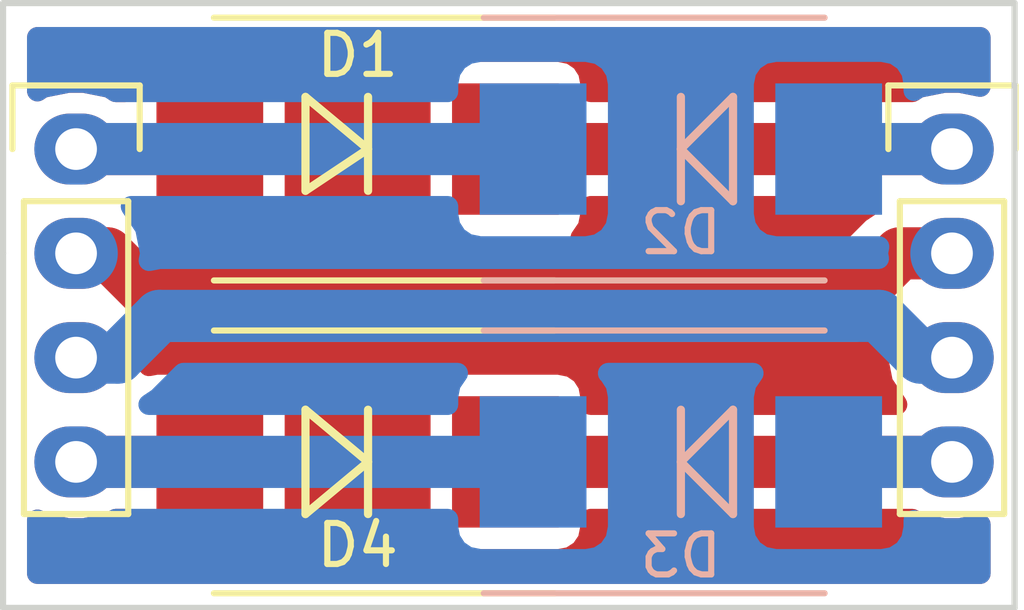
<source format=kicad_pcb>
(kicad_pcb (version 4) (host pcbnew 4.0.5+dfsg1-4)

  (general
    (links 10)
    (no_connects 0)
    (area 41.834999 24.308999 66.623001 39.191001)
    (thickness 1.6)
    (drawings 21)
    (tracks 18)
    (zones 0)
    (modules 6)
    (nets 7)
  )

  (page USLetter portrait)
  (layers
    (0 F.Cu signal)
    (31 B.Cu signal)
    (32 B.Adhes user)
    (33 F.Adhes user)
    (34 B.Paste user)
    (35 F.Paste user)
    (36 B.SilkS user)
    (37 F.SilkS user)
    (38 B.Mask user)
    (39 F.Mask user)
    (40 Dwgs.User user)
    (41 Cmts.User user)
    (42 Eco1.User user)
    (43 Eco2.User user)
    (44 Edge.Cuts user)
    (45 Margin user)
    (46 B.CrtYd user)
    (47 F.CrtYd user)
    (48 B.Fab user)
    (49 F.Fab user)
  )

  (setup
    (last_trace_width 0.254)
    (user_trace_width 0.2032)
    (user_trace_width 0.254)
    (user_trace_width 0.381)
    (user_trace_width 0.4318)
    (user_trace_width 0.508)
    (user_trace_width 0.6096)
    (user_trace_width 0.8128)
    (user_trace_width 1.27)
    (trace_clearance 0.254)
    (zone_clearance 0.508)
    (zone_45_only no)
    (trace_min 0.2032)
    (segment_width 0.2)
    (edge_width 0.15)
    (via_size 0.6604)
    (via_drill 0.4064)
    (via_min_size 0.381)
    (via_min_drill 0.3302)
    (user_via 0.5842 0.3302)
    (user_via 0.8128 0.508)
    (user_via 1.2192 0.8128)
    (user_via 1.27 1.016)
    (user_via 6.604 1.524)
    (uvia_size 0.508)
    (uvia_drill 0.127)
    (uvias_allowed no)
    (uvia_min_size 0)
    (uvia_min_drill 0)
    (pcb_text_width 0.3)
    (pcb_text_size 1.5 1.5)
    (mod_edge_width 0.15)
    (mod_text_size 1 1)
    (mod_text_width 0.15)
    (pad_size 2.032 1.7272)
    (pad_drill 1.016)
    (pad_to_mask_clearance 0.2)
    (aux_axis_origin 0 0)
    (visible_elements FFFFFF7F)
    (pcbplotparams
      (layerselection 0x00030_80000001)
      (usegerberextensions false)
      (excludeedgelayer true)
      (linewidth 0.100000)
      (plotframeref false)
      (viasonmask false)
      (mode 1)
      (useauxorigin false)
      (hpglpennumber 1)
      (hpglpenspeed 20)
      (hpglpendiameter 15)
      (hpglpenoverlay 2)
      (psnegative false)
      (psa4output false)
      (plotreference true)
      (plotvalue true)
      (plotinvisibletext false)
      (padsonsilk false)
      (subtractmaskfromsilk false)
      (outputformat 1)
      (mirror false)
      (drillshape 1)
      (scaleselection 1)
      (outputdirectory ""))
  )

  (net 0 "")
  (net 1 "Net-(D1-Pad2)")
  (net 2 "Net-(D1-Pad1)")
  (net 3 "Net-(D3-Pad2)")
  (net 4 "Net-(D3-Pad1)")
  (net 5 "Net-(J1-Pad2)")
  (net 6 "Net-(J1-Pad3)")

  (net_class Default "Esta es la clase de red por defecto."
    (clearance 0.254)
    (trace_width 0.254)
    (via_dia 0.6604)
    (via_drill 0.4064)
    (uvia_dia 0.508)
    (uvia_drill 0.127)
    (add_net "Net-(D1-Pad1)")
    (add_net "Net-(D1-Pad2)")
    (add_net "Net-(D3-Pad1)")
    (add_net "Net-(D3-Pad2)")
    (add_net "Net-(J1-Pad2)")
    (add_net "Net-(J1-Pad3)")
  )

  (net_class Power ""
    (clearance 0.3048)
    (trace_width 0.3048)
    (via_dia 0.762)
    (via_drill 0.508)
    (uvia_dia 1.016)
    (uvia_drill 0.254)
  )

  (module Diodes_SMD:DO-214AB (layer F.Cu) (tedit 55429DAE) (tstamp 59A8A2F1)
    (at 50.546 27.94 180)
    (descr "Jedec DO-214AB diode package. Designed according to Fairchild SS32 datasheet.")
    (tags "DO-214AB diode")
    (path /59A5E172)
    (attr smd)
    (fp_text reference D1 (at 0 2.286 180) (layer F.SilkS)
      (effects (font (size 1 1) (thickness 0.15)))
    )
    (fp_text value S3G (at 0 2.286 180) (layer F.Fab)
      (effects (font (size 1 1) (thickness 0.15)))
    )
    (fp_line (start -5.15 -3.45) (end 5.15 -3.45) (layer F.CrtYd) (width 0.05))
    (fp_line (start 5.15 -3.45) (end 5.15 3.45) (layer F.CrtYd) (width 0.05))
    (fp_line (start 5.15 3.45) (end -5.15 3.45) (layer F.CrtYd) (width 0.05))
    (fp_line (start -5.15 3.45) (end -5.15 -3.45) (layer F.CrtYd) (width 0.05))
    (fp_line (start 3.5 3.2) (end -4.8 3.2) (layer F.SilkS) (width 0.15))
    (fp_line (start -4.8 -3.2) (end 3.5 -3.2) (layer F.SilkS) (width 0.15))
    (pad 2 smd rect (at 3.6 0 180) (size 2.6 3.2) (layers F.Cu F.Paste F.Mask)
      (net 1 "Net-(D1-Pad2)"))
    (pad 1 smd rect (at -3.6 0 180) (size 2.6 3.2) (layers F.Cu F.Paste F.Mask)
      (net 2 "Net-(D1-Pad1)"))
    (model Diodes_SMD.3dshapes/DO-214AB.wrl
      (at (xyz 0 0 0))
      (scale (xyz 0.39 0.39 0.39))
      (rotate (xyz 0 0 180))
    )
  )

  (module Diodes_SMD:DO-214AB (layer B.Cu) (tedit 55429DAE) (tstamp 59A8A2FD)
    (at 58.42 27.94)
    (descr "Jedec DO-214AB diode package. Designed according to Fairchild SS32 datasheet.")
    (tags "DO-214AB diode")
    (path /59A5E1FC)
    (attr smd)
    (fp_text reference D2 (at 0 2.032) (layer B.SilkS)
      (effects (font (size 1 1) (thickness 0.15)) (justify mirror))
    )
    (fp_text value S3G (at 0 -2.54) (layer B.Fab)
      (effects (font (size 1 1) (thickness 0.15)) (justify mirror))
    )
    (fp_line (start -5.15 3.45) (end 5.15 3.45) (layer B.CrtYd) (width 0.05))
    (fp_line (start 5.15 3.45) (end 5.15 -3.45) (layer B.CrtYd) (width 0.05))
    (fp_line (start 5.15 -3.45) (end -5.15 -3.45) (layer B.CrtYd) (width 0.05))
    (fp_line (start -5.15 -3.45) (end -5.15 3.45) (layer B.CrtYd) (width 0.05))
    (fp_line (start 3.5 -3.2) (end -4.8 -3.2) (layer B.SilkS) (width 0.15))
    (fp_line (start -4.8 3.2) (end 3.5 3.2) (layer B.SilkS) (width 0.15))
    (pad 2 smd rect (at 3.6 0) (size 2.6 3.2) (layers B.Cu B.Paste B.Mask)
      (net 2 "Net-(D1-Pad1)"))
    (pad 1 smd rect (at -3.6 0) (size 2.6 3.2) (layers B.Cu B.Paste B.Mask)
      (net 1 "Net-(D1-Pad2)"))
    (model Diodes_SMD.3dshapes/DO-214AB.wrl
      (at (xyz 0 0 0))
      (scale (xyz 0.39 0.39 0.39))
      (rotate (xyz 0 0 180))
    )
  )

  (module Diodes_SMD:DO-214AB (layer B.Cu) (tedit 55429DAE) (tstamp 59A8A309)
    (at 58.42 35.56)
    (descr "Jedec DO-214AB diode package. Designed according to Fairchild SS32 datasheet.")
    (tags "DO-214AB diode")
    (path /59A5E229)
    (attr smd)
    (fp_text reference D3 (at 0 2.286) (layer B.SilkS)
      (effects (font (size 1 1) (thickness 0.15)) (justify mirror))
    )
    (fp_text value S3G (at 0 -2.286) (layer B.Fab)
      (effects (font (size 1 1) (thickness 0.15)) (justify mirror))
    )
    (fp_line (start -5.15 3.45) (end 5.15 3.45) (layer B.CrtYd) (width 0.05))
    (fp_line (start 5.15 3.45) (end 5.15 -3.45) (layer B.CrtYd) (width 0.05))
    (fp_line (start 5.15 -3.45) (end -5.15 -3.45) (layer B.CrtYd) (width 0.05))
    (fp_line (start -5.15 -3.45) (end -5.15 3.45) (layer B.CrtYd) (width 0.05))
    (fp_line (start 3.5 -3.2) (end -4.8 -3.2) (layer B.SilkS) (width 0.15))
    (fp_line (start -4.8 3.2) (end 3.5 3.2) (layer B.SilkS) (width 0.15))
    (pad 2 smd rect (at 3.6 0) (size 2.6 3.2) (layers B.Cu B.Paste B.Mask)
      (net 3 "Net-(D3-Pad2)"))
    (pad 1 smd rect (at -3.6 0) (size 2.6 3.2) (layers B.Cu B.Paste B.Mask)
      (net 4 "Net-(D3-Pad1)"))
    (model Diodes_SMD.3dshapes/DO-214AB.wrl
      (at (xyz 0 0 0))
      (scale (xyz 0.39 0.39 0.39))
      (rotate (xyz 0 0 180))
    )
  )

  (module Diodes_SMD:DO-214AB (layer F.Cu) (tedit 55429DAE) (tstamp 59A8A315)
    (at 50.546 35.56 180)
    (descr "Jedec DO-214AB diode package. Designed according to Fairchild SS32 datasheet.")
    (tags "DO-214AB diode")
    (path /59A5E258)
    (attr smd)
    (fp_text reference D4 (at 0 -2.032 180) (layer F.SilkS)
      (effects (font (size 1 1) (thickness 0.15)))
    )
    (fp_text value S3G (at -0.254 2.54 180) (layer F.Fab)
      (effects (font (size 1 1) (thickness 0.15)))
    )
    (fp_line (start -5.15 -3.45) (end 5.15 -3.45) (layer F.CrtYd) (width 0.05))
    (fp_line (start 5.15 -3.45) (end 5.15 3.45) (layer F.CrtYd) (width 0.05))
    (fp_line (start 5.15 3.45) (end -5.15 3.45) (layer F.CrtYd) (width 0.05))
    (fp_line (start -5.15 3.45) (end -5.15 -3.45) (layer F.CrtYd) (width 0.05))
    (fp_line (start 3.5 3.2) (end -4.8 3.2) (layer F.SilkS) (width 0.15))
    (fp_line (start -4.8 -3.2) (end 3.5 -3.2) (layer F.SilkS) (width 0.15))
    (pad 2 smd rect (at 3.6 0 180) (size 2.6 3.2) (layers F.Cu F.Paste F.Mask)
      (net 4 "Net-(D3-Pad1)"))
    (pad 1 smd rect (at -3.6 0 180) (size 2.6 3.2) (layers F.Cu F.Paste F.Mask)
      (net 3 "Net-(D3-Pad2)"))
    (model Diodes_SMD.3dshapes/DO-214AB.wrl
      (at (xyz 0 0 0))
      (scale (xyz 0.39 0.39 0.39))
      (rotate (xyz 0 0 180))
    )
  )

  (module Pin_Headers:Pin_Header_Straight_1x04 (layer F.Cu) (tedit 59A8D341) (tstamp 59A8A35F)
    (at 43.688 27.94)
    (descr "Through hole pin header")
    (tags "pin header")
    (path /59A5E06F)
    (fp_text reference J2 (at 0.254 -2.286) (layer F.SilkS) hide
      (effects (font (size 1 1) (thickness 0.15)))
    )
    (fp_text value Conn_01x04 (at 0 -3.1) (layer F.Fab) hide
      (effects (font (size 1 1) (thickness 0.15)))
    )
    (fp_line (start -1.75 -1.75) (end -1.75 9.4) (layer F.CrtYd) (width 0.05))
    (fp_line (start 1.75 -1.75) (end 1.75 9.4) (layer F.CrtYd) (width 0.05))
    (fp_line (start -1.75 -1.75) (end 1.75 -1.75) (layer F.CrtYd) (width 0.05))
    (fp_line (start -1.75 9.4) (end 1.75 9.4) (layer F.CrtYd) (width 0.05))
    (fp_line (start -1.27 1.27) (end -1.27 8.89) (layer F.SilkS) (width 0.15))
    (fp_line (start 1.27 1.27) (end 1.27 8.89) (layer F.SilkS) (width 0.15))
    (fp_line (start 1.55 -1.55) (end 1.55 0) (layer F.SilkS) (width 0.15))
    (fp_line (start -1.27 8.89) (end 1.27 8.89) (layer F.SilkS) (width 0.15))
    (fp_line (start 1.27 1.27) (end -1.27 1.27) (layer F.SilkS) (width 0.15))
    (fp_line (start -1.55 0) (end -1.55 -1.55) (layer F.SilkS) (width 0.15))
    (fp_line (start -1.55 -1.55) (end 1.55 -1.55) (layer F.SilkS) (width 0.15))
    (pad 1 thru_hole oval (at 0 0) (size 2.032 1.7272) (drill 1.016) (layers *.Cu *.Mask)
      (net 1 "Net-(D1-Pad2)"))
    (pad 2 thru_hole oval (at 0 2.54) (size 2.032 1.7272) (drill 1.016) (layers *.Cu *.Mask)
      (net 5 "Net-(J1-Pad2)"))
    (pad 3 thru_hole oval (at 0 5.08) (size 2.032 1.7272) (drill 1.016) (layers *.Cu *.Mask)
      (net 6 "Net-(J1-Pad3)"))
    (pad 4 thru_hole oval (at 0 7.62) (size 2.032 1.7272) (drill 1.016) (layers *.Cu *.Mask)
      (net 4 "Net-(D3-Pad1)"))
    (model Pin_Headers.3dshapes/Pin_Header_Straight_1x04.wrl
      (at (xyz 0 -0.15 0))
      (scale (xyz 1 1 1))
      (rotate (xyz 0 0 90))
    )
  )

  (module Pin_Headers:Pin_Header_Straight_1x04 (layer F.Cu) (tedit 59A8D33A) (tstamp 59A99A39)
    (at 65.024 27.94)
    (descr "Through hole pin header")
    (tags "pin header")
    (path /59A5DF66)
    (fp_text reference J1 (at 0 -5.1) (layer F.SilkS) hide
      (effects (font (size 1 1) (thickness 0.15)))
    )
    (fp_text value Conn_01x04 (at 2.54 4.064 90) (layer F.Fab) hide
      (effects (font (size 1 1) (thickness 0.15)))
    )
    (fp_line (start -1.75 -1.75) (end -1.75 9.4) (layer F.CrtYd) (width 0.05))
    (fp_line (start 1.75 -1.75) (end 1.75 9.4) (layer F.CrtYd) (width 0.05))
    (fp_line (start -1.75 -1.75) (end 1.75 -1.75) (layer F.CrtYd) (width 0.05))
    (fp_line (start -1.75 9.4) (end 1.75 9.4) (layer F.CrtYd) (width 0.05))
    (fp_line (start -1.27 1.27) (end -1.27 8.89) (layer F.SilkS) (width 0.15))
    (fp_line (start 1.27 1.27) (end 1.27 8.89) (layer F.SilkS) (width 0.15))
    (fp_line (start 1.55 -1.55) (end 1.55 0) (layer F.SilkS) (width 0.15))
    (fp_line (start -1.27 8.89) (end 1.27 8.89) (layer F.SilkS) (width 0.15))
    (fp_line (start 1.27 1.27) (end -1.27 1.27) (layer F.SilkS) (width 0.15))
    (fp_line (start -1.55 0) (end -1.55 -1.55) (layer F.SilkS) (width 0.15))
    (fp_line (start -1.55 -1.55) (end 1.55 -1.55) (layer F.SilkS) (width 0.15))
    (pad 1 thru_hole oval (at 0 0) (size 2.032 1.7272) (drill 1.016) (layers *.Cu *.Mask)
      (net 2 "Net-(D1-Pad1)"))
    (pad 2 thru_hole oval (at 0 2.54) (size 2.032 1.7272) (drill 1.016) (layers *.Cu *.Mask)
      (net 5 "Net-(J1-Pad2)"))
    (pad 3 thru_hole oval (at 0 5.08) (size 2.032 1.7272) (drill 1.016) (layers *.Cu *.Mask)
      (net 6 "Net-(J1-Pad3)"))
    (pad 4 thru_hole oval (at 0 7.62) (size 2.032 1.7272) (drill 1.016) (layers *.Cu *.Mask)
      (net 3 "Net-(D3-Pad2)"))
    (model Pin_Headers.3dshapes/Pin_Header_Straight_1x04.wrl
      (at (xyz 0 -0.15 0))
      (scale (xyz 1 1 1))
      (rotate (xyz 0 0 90))
    )
  )

  (gr_line (start 58.42 26.67) (end 58.42 29.21) (layer B.SilkS) (width 0.2))
  (gr_line (start 58.42 27.94) (end 59.69 26.67) (layer B.SilkS) (width 0.2))
  (gr_line (start 59.69 29.21) (end 58.42 27.94) (layer B.SilkS) (width 0.2))
  (gr_line (start 59.69 26.67) (end 59.69 29.21) (layer B.SilkS) (width 0.2))
  (gr_line (start 58.42 36.83) (end 58.42 34.29) (layer B.SilkS) (width 0.2))
  (gr_line (start 58.42 35.56) (end 59.69 34.29) (layer B.SilkS) (width 0.2))
  (gr_line (start 59.69 36.83) (end 58.42 35.56) (layer B.SilkS) (width 0.2))
  (gr_line (start 59.69 34.29) (end 59.69 36.83) (layer B.SilkS) (width 0.2))
  (gr_line (start 50.8 26.67) (end 50.8 28.956) (layer F.SilkS) (width 0.2))
  (gr_line (start 50.8 27.94) (end 49.276 26.67) (layer F.SilkS) (width 0.2))
  (gr_line (start 49.276 28.956) (end 50.8 27.94) (layer F.SilkS) (width 0.2))
  (gr_line (start 49.276 26.67) (end 49.276 28.956) (layer F.SilkS) (width 0.2))
  (gr_line (start 50.8 34.29) (end 50.8 36.83) (layer F.SilkS) (width 0.2))
  (gr_line (start 50.8 35.56) (end 49.276 34.29) (layer F.SilkS) (width 0.2))
  (gr_line (start 49.276 36.83) (end 50.8 35.56) (layer F.SilkS) (width 0.2))
  (gr_line (start 49.276 34.29) (end 49.276 36.83) (layer F.SilkS) (width 0.2))
  (gr_line (start 41.91 39.116) (end 41.91 30.48) (layer Edge.Cuts) (width 0.15))
  (gr_line (start 66.548 39.116) (end 41.91 39.116) (layer Edge.Cuts) (width 0.15))
  (gr_line (start 66.548 24.384) (end 66.548 39.116) (layer Edge.Cuts) (width 0.15))
  (gr_line (start 41.91 24.384) (end 66.548 24.384) (layer Edge.Cuts) (width 0.15))
  (gr_line (start 41.91 30.48) (end 41.91 24.384) (layer Edge.Cuts) (width 0.15))

  (segment (start 43.688 27.94) (end 46.946 27.94) (width 1.27) (layer F.Cu) (net 1))
  (segment (start 54.82 27.94) (end 43.688 27.94) (width 1.27) (layer B.Cu) (net 1))
  (segment (start 54.146 27.94) (end 65.024 27.94) (width 1.27) (layer F.Cu) (net 2))
  (segment (start 65.024 27.94) (end 62.02 27.94) (width 1.27) (layer B.Cu) (net 2))
  (segment (start 54.146 35.56) (end 65.024 35.56) (width 1.27) (layer F.Cu) (net 3))
  (segment (start 65.024 35.56) (end 62.02 35.56) (width 1.27) (layer B.Cu) (net 3))
  (segment (start 46.946 35.56) (end 43.688 35.56) (width 1.27) (layer F.Cu) (net 4))
  (segment (start 54.82 35.56) (end 43.688 35.56) (width 1.27) (layer B.Cu) (net 4))
  (segment (start 44.45 30.48) (end 45.466 31.496) (width 1.27) (layer F.Cu) (net 5))
  (segment (start 45.466 31.496) (end 62.738 31.496) (width 1.27) (layer F.Cu) (net 5))
  (segment (start 43.688 30.48) (end 44.45 30.48) (width 1.27) (layer F.Cu) (net 5))
  (segment (start 63.754 30.48) (end 62.738 31.496) (width 1.27) (layer F.Cu) (net 5))
  (segment (start 65.024 30.48) (end 63.754 30.48) (width 1.27) (layer F.Cu) (net 5))
  (segment (start 44.704 33.02) (end 45.72 32.004) (width 1.27) (layer B.Cu) (net 6))
  (segment (start 45.72 32.004) (end 63.246 32.004) (width 1.27) (layer B.Cu) (net 6))
  (segment (start 43.688 33.02) (end 44.704 33.02) (width 1.27) (layer B.Cu) (net 6))
  (segment (start 64.262 33.02) (end 63.246 32.004) (width 1.27) (layer B.Cu) (net 6))
  (segment (start 65.024 33.02) (end 64.262 33.02) (width 1.27) (layer B.Cu) (net 6))

  (zone (net 0) (net_name "") (layer F.Cu) (tstamp 0) (hatch edge 0.508)
    (connect_pads (clearance 0.508))
    (min_thickness 0.508)
    (fill yes (arc_segments 16) (thermal_gap 0.762) (thermal_bridge_width 0.762))
    (polygon
      (pts
        (xy 41.91 24.384) (xy 66.548 24.384) (xy 66.548 39.116) (xy 41.91 39.116)
      )
    )
    (filled_polygon
      (pts
        (xy 63.211167 33.02) (xy 63.334908 33.64209) (xy 63.682969 34.163) (xy 56.222928 34.163) (xy 56.222928 33.96)
        (xy 56.169795 33.67762) (xy 56.002908 33.418271) (xy 55.748269 33.244283) (xy 55.446 33.183072) (xy 52.846 33.183072)
        (xy 52.56362 33.236205) (xy 52.304271 33.403092) (xy 52.130283 33.657731) (xy 52.069072 33.96) (xy 52.069072 37.16)
        (xy 52.122205 37.44238) (xy 52.289092 37.701729) (xy 52.543731 37.875717) (xy 52.846 37.936928) (xy 55.446 37.936928)
        (xy 55.72838 37.883795) (xy 55.987729 37.716908) (xy 56.161717 37.462269) (xy 56.222928 37.16) (xy 56.222928 36.957)
        (xy 64.057744 36.957) (xy 64.214677 37.061859) (xy 64.836767 37.1856) (xy 65.211233 37.1856) (xy 65.711 37.08619)
        (xy 65.711 38.279) (xy 42.747 38.279) (xy 42.747 36.973875) (xy 42.878677 37.061859) (xy 43.500767 37.1856)
        (xy 43.875233 37.1856) (xy 44.497323 37.061859) (xy 44.654256 36.957) (xy 44.869072 36.957) (xy 44.869072 37.16)
        (xy 44.922205 37.44238) (xy 45.089092 37.701729) (xy 45.343731 37.875717) (xy 45.646 37.936928) (xy 48.246 37.936928)
        (xy 48.52838 37.883795) (xy 48.787729 37.716908) (xy 48.961717 37.462269) (xy 49.022928 37.16) (xy 49.022928 33.96)
        (xy 48.969795 33.67762) (xy 48.802908 33.418271) (xy 48.548269 33.244283) (xy 48.246 33.183072) (xy 45.646 33.183072)
        (xy 45.46149 33.21779) (xy 45.500833 33.02) (xy 45.475571 32.893) (xy 62.738 32.893) (xy 63.256962 32.789772)
      )
    )
    (filled_polygon
      (pts
        (xy 65.711 26.41381) (xy 65.211233 26.3144) (xy 64.836767 26.3144) (xy 64.214677 26.438141) (xy 64.057744 26.543)
        (xy 56.222928 26.543) (xy 56.222928 26.34) (xy 56.169795 26.05762) (xy 56.002908 25.798271) (xy 55.748269 25.624283)
        (xy 55.446 25.563072) (xy 52.846 25.563072) (xy 52.56362 25.616205) (xy 52.304271 25.783092) (xy 52.130283 26.037731)
        (xy 52.069072 26.34) (xy 52.069072 29.54) (xy 52.122205 29.82238) (xy 52.289092 30.081729) (xy 52.314369 30.099)
        (xy 48.784478 30.099) (xy 48.787729 30.096908) (xy 48.961717 29.842269) (xy 49.022928 29.54) (xy 49.022928 26.34)
        (xy 48.969795 26.05762) (xy 48.802908 25.798271) (xy 48.548269 25.624283) (xy 48.246 25.563072) (xy 45.646 25.563072)
        (xy 45.36362 25.616205) (xy 45.104271 25.783092) (xy 44.930283 26.037731) (xy 44.869072 26.34) (xy 44.869072 26.543)
        (xy 44.654256 26.543) (xy 44.497323 26.438141) (xy 43.875233 26.3144) (xy 43.500767 26.3144) (xy 42.878677 26.438141)
        (xy 42.747 26.526125) (xy 42.747 25.221) (xy 65.711 25.221)
      )
    )
    (filled_polygon
      (pts
        (xy 62.766172 29.492172) (xy 62.159344 30.099) (xy 55.984478 30.099) (xy 55.987729 30.096908) (xy 56.161717 29.842269)
        (xy 56.222928 29.54) (xy 56.222928 29.337) (xy 62.998403 29.337)
      )
    )
  )
  (zone (net 0) (net_name "") (layer B.Cu) (tstamp 0) (hatch edge 0.508)
    (connect_pads (clearance 0.508))
    (min_thickness 0.508)
    (fill yes (arc_segments 16) (thermal_gap 0.762) (thermal_bridge_width 0.762))
    (polygon
      (pts
        (xy 41.91 24.384) (xy 66.548 24.384) (xy 66.548 39.116) (xy 41.91 39.116)
      )
    )
    (filled_polygon
      (pts
        (xy 60.178271 33.403092) (xy 60.004283 33.657731) (xy 59.943072 33.96) (xy 59.943072 37.16) (xy 59.996205 37.44238)
        (xy 60.163092 37.701729) (xy 60.417731 37.875717) (xy 60.72 37.936928) (xy 63.32 37.936928) (xy 63.60238 37.883795)
        (xy 63.861729 37.716908) (xy 64.035717 37.462269) (xy 64.096928 37.16) (xy 64.096928 36.983182) (xy 64.214677 37.061859)
        (xy 64.836767 37.1856) (xy 65.211233 37.1856) (xy 65.711 37.08619) (xy 65.711 38.279) (xy 42.747 38.279)
        (xy 42.747 36.973875) (xy 42.878677 37.061859) (xy 43.500767 37.1856) (xy 43.875233 37.1856) (xy 44.497323 37.061859)
        (xy 44.654256 36.957) (xy 52.743072 36.957) (xy 52.743072 37.16) (xy 52.796205 37.44238) (xy 52.963092 37.701729)
        (xy 53.217731 37.875717) (xy 53.52 37.936928) (xy 56.12 37.936928) (xy 56.40238 37.883795) (xy 56.661729 37.716908)
        (xy 56.835717 37.462269) (xy 56.896928 37.16) (xy 56.896928 33.96) (xy 56.843795 33.67762) (xy 56.676908 33.418271)
        (xy 56.651631 33.401) (xy 60.181522 33.401)
      )
    )
    (filled_polygon
      (pts
        (xy 52.978271 33.403092) (xy 52.804283 33.657731) (xy 52.743072 33.96) (xy 52.743072 34.163) (xy 45.459597 34.163)
        (xy 45.691828 34.007828) (xy 46.298656 33.401) (xy 52.981522 33.401)
      )
    )
    (filled_polygon
      (pts
        (xy 65.711 26.41381) (xy 65.211233 26.3144) (xy 64.836767 26.3144) (xy 64.214677 26.438141) (xy 64.096928 26.516818)
        (xy 64.096928 26.34) (xy 64.043795 26.05762) (xy 63.876908 25.798271) (xy 63.622269 25.624283) (xy 63.32 25.563072)
        (xy 60.72 25.563072) (xy 60.43762 25.616205) (xy 60.178271 25.783092) (xy 60.004283 26.037731) (xy 59.943072 26.34)
        (xy 59.943072 29.54) (xy 59.996205 29.82238) (xy 60.163092 30.081729) (xy 60.417731 30.255717) (xy 60.72 30.316928)
        (xy 63.243604 30.316928) (xy 63.211167 30.48) (xy 63.236429 30.607) (xy 45.72 30.607) (xy 45.465502 30.657623)
        (xy 45.500833 30.48) (xy 45.377092 29.85791) (xy 45.029031 29.337) (xy 52.743072 29.337) (xy 52.743072 29.54)
        (xy 52.796205 29.82238) (xy 52.963092 30.081729) (xy 53.217731 30.255717) (xy 53.52 30.316928) (xy 56.12 30.316928)
        (xy 56.40238 30.263795) (xy 56.661729 30.096908) (xy 56.835717 29.842269) (xy 56.896928 29.54) (xy 56.896928 26.34)
        (xy 56.843795 26.05762) (xy 56.676908 25.798271) (xy 56.422269 25.624283) (xy 56.12 25.563072) (xy 53.52 25.563072)
        (xy 53.23762 25.616205) (xy 52.978271 25.783092) (xy 52.804283 26.037731) (xy 52.743072 26.34) (xy 52.743072 26.543)
        (xy 44.654256 26.543) (xy 44.497323 26.438141) (xy 43.875233 26.3144) (xy 43.500767 26.3144) (xy 42.878677 26.438141)
        (xy 42.747 26.526125) (xy 42.747 25.221) (xy 65.711 25.221)
      )
    )
  )
)

</source>
